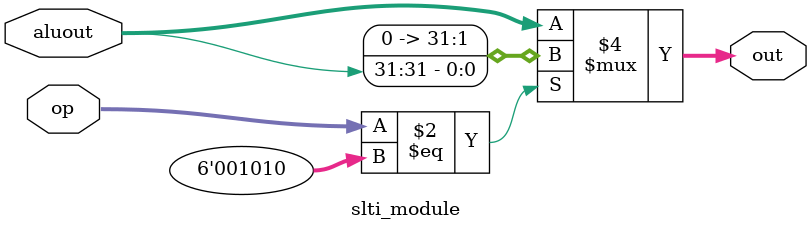
<source format=v>
`timescale 1ns/1ps
`define mydelay 1


`define REGFILE_FF
`ifdef REGFILE_FF

module regfile(input             clk, 
               input             we, 
               input      [4:0]  ra1, ra2, wa, 
               input      [31:0] wd, 
               output reg [31:0] rd1, rd2);

	reg [31:0] R1;
	reg [31:0] R2;
	reg [31:0] R3;
	reg [31:0] R4;
	reg [31:0] R5;
	reg [31:0] R6;
	reg [31:0] R7;
	reg [31:0] R8;
	reg [31:0] R9;
	reg [31:0] R10;
	reg [31:0] R11;
	reg [31:0] R12;
	reg [31:0] R13;
	reg [31:0] R14;
	reg [31:0] R15;
	reg [31:0] R16;
	reg [31:0] R17;
	reg [31:0] R18;
	reg [31:0] R19;
	reg [31:0] R20;
	reg [31:0] R21;
	reg [31:0] R22;
	reg [31:0] R23;
	reg [31:0] R24;
	reg [31:0] R25;
	reg [31:0] R26;
	reg [31:0] R27;
	reg [31:0] R28;
	reg [31:0] R29;
	reg [31:0] R30;
	reg [31:0] R31;

	always @(posedge clk)
	begin
  	 if (we) 
	 begin
   		case (wa[4:0])
   		5'd0:   ;
   		5'd1:   R1  <= wd;
   		5'd2:   R2  <= wd;
   		5'd3:   R3  <= wd;
   		5'd4:   R4  <= wd;
   		5'd5:   R5  <= wd;
   		5'd6:   R6  <= wd;
   		5'd7:   R7  <= wd;
   		5'd8:   R8  <= wd;
   		5'd9:   R9  <= wd;
   		5'd10:  R10 <= wd;
   		5'd11:  R11 <= wd;
   		5'd12:  R12 <= wd;
   		5'd13:  R13 <= wd;
   		5'd14:  R14 <= wd;
   		5'd15:  R15 <= wd;
   		5'd16:  R16 <= wd;
   		5'd17:  R17 <= wd;
   		5'd18:  R18 <= wd;
   		5'd19:  R19 <= wd;
   		5'd20:  R20 <= wd;
   		5'd21:  R21 <= wd;
   		5'd22:  R22 <= wd;
   		5'd23:  R23 <= wd;
   		5'd24:  R24 <= wd;
   		5'd25:  R25 <= wd;
   		5'd26:  R26 <= wd;
   		5'd27:  R27 <= wd;
   		5'd28:  R28 <= wd;
   		5'd29:  R29 <= wd;
   		5'd30:  R30 <= wd;
   		5'd31:  R31 <= wd;
   		endcase
     end
	end

	always @(*)
	begin
		case (ra2[4:0])
		5'd0:   rd2 = 32'b0;
		5'd1:   rd2 = R1;
		5'd2:   rd2 = R2;
		5'd3:   rd2 = R3;
		5'd4:   rd2 = R4;
		5'd5:   rd2 = R5;
		5'd6:   rd2 = R6;
		5'd7:   rd2 = R7;
		5'd8:   rd2 = R8;
		5'd9:   rd2 = R9;
		5'd10:  rd2 = R10;
		5'd11:  rd2 = R11;
		5'd12:  rd2 = R12;
		5'd13:  rd2 = R13;
		5'd14:  rd2 = R14;
		5'd15:  rd2 = R15;
		5'd16:  rd2 = R16;
		5'd17:  rd2 = R17;
		5'd18:  rd2 = R18;
		5'd19:  rd2 = R19;
		5'd20:  rd2 = R20;
		5'd21:  rd2 = R21;
		5'd22:  rd2 = R22;
		5'd23:  rd2 = R23;
		5'd24:  rd2 = R24;
		5'd25:  rd2 = R25;
		5'd26:  rd2 = R26;
		5'd27:  rd2 = R27;
		5'd28:  rd2 = R28;
		5'd29:  rd2 = R29;
		5'd30:  rd2 = R30;
		5'd31:  rd2 = R31;
		endcase
	end

	always @(*)
	begin
		case (ra1[4:0])
		5'd0:   rd1 = 32'b0;
		5'd1:   rd1 = R1;
		5'd2:   rd1 = R2;
		5'd3:   rd1 = R3;
		5'd4:   rd1 = R4;
		5'd5:   rd1 = R5;
		5'd6:   rd1 = R6;
		5'd7:   rd1 = R7;
		5'd8:   rd1 = R8;
		5'd9:   rd1 = R9;
		5'd10:  rd1 = R10;
		5'd11:  rd1 = R11;
		5'd12:  rd1 = R12;
		5'd13:  rd1 = R13;
		5'd14:  rd1 = R14;
		5'd15:  rd1 = R15;
		5'd16:  rd1 = R16;
		5'd17:  rd1 = R17;
		5'd18:  rd1 = R18;
		5'd19:  rd1 = R19;
		5'd20:  rd1 = R20;
		5'd21:  rd1 = R21;
		5'd22:  rd1 = R22;
		5'd23:  rd1 = R23;
		5'd24:  rd1 = R24;
		5'd25:  rd1 = R25;
		5'd26:  rd1 = R26;
		5'd27:  rd1 = R27;
		5'd28:  rd1 = R28;
		5'd29:  rd1 = R29;
		5'd30:  rd1 = R30;
		5'd31:  rd1 = R31;
		endcase
	end

endmodule

`else

module regfile(input         clk, 
               input         we, 
               input  [4:0]  ra1, ra2, wa, 
               input  [31:0] wd, 
               output [31:0] rd1, rd2);

  reg [31:0] rf[31:0];

  // three ported register file
  // read two ports combinationally
  // write third port on rising edge of clock
  // register 0 hardwired to 0

  always @(posedge clk)
    if (we) rf[wa] <= #`mydelay wd;	

  assign #`mydelay rd1 = (ra1 != 0) ? rf[ra1] : 0;
  assign #`mydelay rd2 = (ra2 != 0) ? rf[ra2] : 0;
endmodule

`endif


module alu(input      [31:0] a, b, 
           input      [3:0]  alucont, 
           output reg [31:0] result,
           output            zero);

  wire [31:0] b2, sum, slt, sltu;
  wire        N, Z, C, V;

  assign b2 = alucont[3] ? ~b:b; 

  adder_32bit iadder32 (.a   (a),
			     				.b   (b2),
								.cin (alucont[3]),
								.sum (sum),
								.N   (N),
								.Z   (Z),
								.C   (C),
								.V   (V));

  // signed less than ("N set and V clear" OR "N clear and V set")
  assign slt  = N ^ V ; 

  // unsigned lower (C clear) 
  assign sltu = ~C ;   

  always@(*)
    case(alucont[2:1])
      2'b00: result <= #`mydelay a & b;
      2'b01: result <= #`mydelay a | b;
      2'b10: result <= #`mydelay sum;
      2'b11: result <= #`mydelay alucont[0] ? {31'b0, sltu[0]} : slt;
	  	
    endcase

  assign #`mydelay zero = (result == 32'b0);

endmodule


module adder_32bit (input  [31:0] a, b, 
                    input         cin,
                    output [31:0] sum,
                    output        N,Z,C,V);

	wire [31:0]  ctmp;

	

	adder_1bit bit31 (.a(a[31]), .b(b[31]), .cin(ctmp[30]), .sum(sum[31]), .cout(ctmp[31]));
	adder_1bit bit30 (.a(a[30]), .b(b[30]), .cin(ctmp[29]), .sum(sum[30]), .cout(ctmp[30]));
	adder_1bit bit29 (.a(a[29]), .b(b[29]), .cin(ctmp[28]), .sum(sum[29]), .cout(ctmp[29]));
	adder_1bit bit28 (.a(a[28]), .b(b[28]), .cin(ctmp[27]), .sum(sum[28]), .cout(ctmp[28]));
	adder_1bit bit27 (.a(a[27]), .b(b[27]), .cin(ctmp[26]), .sum(sum[27]), .cout(ctmp[27]));
	adder_1bit bit26 (.a(a[26]), .b(b[26]), .cin(ctmp[25]), .sum(sum[26]), .cout(ctmp[26]));
	adder_1bit bit25 (.a(a[25]), .b(b[25]), .cin(ctmp[24]), .sum(sum[25]), .cout(ctmp[25]));
	adder_1bit bit24 (.a(a[24]), .b(b[24]), .cin(ctmp[23]), .sum(sum[24]), .cout(ctmp[24]));
	adder_1bit bit23 (.a(a[23]), .b(b[23]), .cin(ctmp[22]), .sum(sum[23]), .cout(ctmp[23]));
	adder_1bit bit22 (.a(a[22]), .b(b[22]), .cin(ctmp[21]), .sum(sum[22]), .cout(ctmp[22]));
	adder_1bit bit21 (.a(a[21]), .b(b[21]), .cin(ctmp[20]), .sum(sum[21]), .cout(ctmp[21]));
	adder_1bit bit20 (.a(a[20]), .b(b[20]), .cin(ctmp[19]), .sum(sum[20]), .cout(ctmp[20]));
	adder_1bit bit19 (.a(a[19]), .b(b[19]), .cin(ctmp[18]), .sum(sum[19]), .cout(ctmp[19]));
	adder_1bit bit18 (.a(a[18]), .b(b[18]), .cin(ctmp[17]), .sum(sum[18]), .cout(ctmp[18]));
	adder_1bit bit17 (.a(a[17]), .b(b[17]), .cin(ctmp[16]), .sum(sum[17]), .cout(ctmp[17]));
	adder_1bit bit16 (.a(a[16]), .b(b[16]), .cin(ctmp[15]), .sum(sum[16]), .cout(ctmp[16]));
	adder_1bit bit15 (.a(a[15]), .b(b[15]), .cin(ctmp[14]), .sum(sum[15]), .cout(ctmp[15]));
	adder_1bit bit14 (.a(a[14]), .b(b[14]), .cin(ctmp[13]), .sum(sum[14]), .cout(ctmp[14]));
	adder_1bit bit13 (.a(a[13]), .b(b[13]), .cin(ctmp[12]), .sum(sum[13]), .cout(ctmp[13]));
	adder_1bit bit12 (.a(a[12]), .b(b[12]), .cin(ctmp[11]), .sum(sum[12]), .cout(ctmp[12]));
	adder_1bit bit11 (.a(a[11]), .b(b[11]), .cin(ctmp[10]), .sum(sum[11]), .cout(ctmp[11]));
	adder_1bit bit10 (.a(a[10]), .b(b[10]), .cin(ctmp[9]),  .sum(sum[10]), .cout(ctmp[10]));
	adder_1bit bit9  (.a(a[9]),  .b(b[9]),  .cin(ctmp[8]),  .sum(sum[9]),  .cout(ctmp[9]));
	adder_1bit bit8  (.a(a[8]),  .b(b[8]),  .cin(ctmp[7]),  .sum(sum[8]),  .cout(ctmp[8]));
	adder_1bit bit7  (.a(a[7]),  .b(b[7]),  .cin(ctmp[6]),  .sum(sum[7]),  .cout(ctmp[7]));
	adder_1bit bit6  (.a(a[6]),  .b(b[6]),  .cin(ctmp[5]),  .sum(sum[6]),  .cout(ctmp[6]));
	adder_1bit bit5  (.a(a[5]),  .b(b[5]),  .cin(ctmp[4]),  .sum(sum[5]),  .cout(ctmp[5]));
	adder_1bit bit4  (.a(a[4]),  .b(b[4]),  .cin(ctmp[3]),  .sum(sum[4]),  .cout(ctmp[4]));
	adder_1bit bit3  (.a(a[3]),  .b(b[3]),  .cin(ctmp[2]),  .sum(sum[3]),  .cout(ctmp[3]));
	adder_1bit bit2  (.a(a[2]),  .b(b[2]),  .cin(ctmp[1]),  .sum(sum[2]),  .cout(ctmp[2]));
	adder_1bit bit1  (.a(a[1]),  .b(b[1]),  .cin(ctmp[0]),  .sum(sum[1]),  .cout(ctmp[1]));
	adder_1bit bit0  (.a(a[0]),  .b(b[0]),  .cin(cin),      .sum(sum[0]),  .cout(ctmp[0]));

	assign N = sum[31];
	assign Z = (sum == 32'b0);
	assign C = ctmp[31];
	assign V = ctmp[31] ^ ctmp[30];

endmodule


module adder_1bit (input a, b, cin,
                   output sum, cout);

  assign sum  = a ^ b ^ cin;
  assign cout = (a & b) | (a & cin) | (b & cin);

endmodule


module adder(input [31:0] a, b,
             output [31:0] y);

  assign #`mydelay y = a + b;
endmodule



module sl2(input  [31:0] a,
           output [31:0] y);

  // shift left by 2
  assign #`mydelay y = {a[29:0], 2'b00};
endmodule



module sign_zero_ext(input      [15:0] a,
                     input             signext,
                     output reg [31:0] y);
              
   always @(*)
	begin
	   if (signext)  y <= {{16{a[15]}}, a[15:0]};
	   else          y <= {16'b0, a[15:0]};
	end

endmodule



module shift_left_16(input      [31:0] a,
		               input         shiftl16,
                     output reg [31:0] y);

   always @(*)
	begin
	   if (shiftl16) y = {a[15:0],16'b0};
	   else          y = a[31:0];
	end
              
endmodule



module flopr #(parameter WIDTH = 8)
              (input                  clk, reset,
               input      [WIDTH-1:0] d, 
               output reg [WIDTH-1:0] q);

  always @(posedge clk, posedge reset)
    if (reset) q <= #`mydelay 0;
    else       q <= #`mydelay d;

endmodule



module flopenr #(parameter WIDTH = 8)
                (input                  clk, reset,
                 input                  en,
                 input      [WIDTH-1:0] d, 
                 output reg [WIDTH-1:0] q);
 
  always @(posedge clk, posedge reset)
    if      (reset) q <= #`mydelay 0;
    else if (en)    q <= #`mydelay d;

endmodule



module mux2 #(parameter WIDTH = 8)
             (input  [WIDTH-1:0] d0, d1, 
              input              s, 
              output [WIDTH-1:0] y);

  assign #`mydelay y = s ? d1 : d0; 

endmodule

module mux3 #(parameter WIDTH = 5)
			(input [WIDTH-1:0] d0, d1, d2,
			 input [1:0] s,
			 output [WIDTH-1:0] y);
			 
	assign #`mydelay y = s[1] ? d2 : s[0] ? d1 : d0 ;
	
endmodule

module isjr(input [5:0]op,
			input [5:0]funct,
			output d);

	assign #`mydelay d = (funct == 6'b001000 ? (op == 6'b000000 ? 1'b1 : 1'b0) : 1'b0);

endmodule

module slti_module(input [5:0] op,
			input [31:0] aluout,
			output reg [31:0] out);
	
always@(*)
  begin
    if(op == 6'b001010) out = {31'b0, aluout[31]}; //for slti
	else out = aluout;
  end
endmodule
</source>
